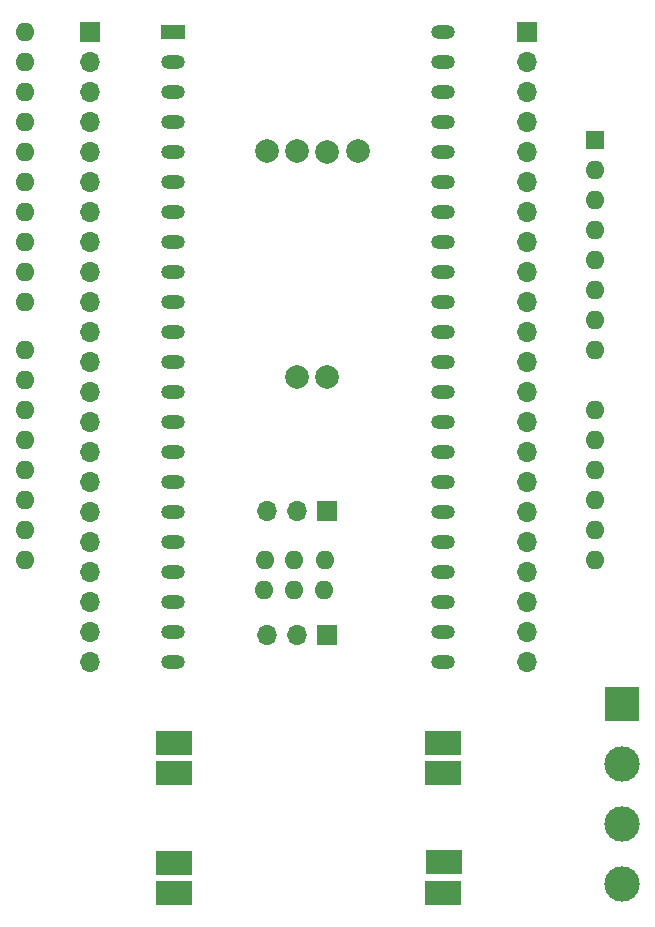
<source format=gbr>
%TF.GenerationSoftware,KiCad,Pcbnew,8.0.1-8.0.1-1~ubuntu22.04.1*%
%TF.CreationDate,2024-04-24T21:29:24+02:00*%
%TF.ProjectId,BmsMonitor,426d734d-6f6e-4697-946f-722e6b696361,rev?*%
%TF.SameCoordinates,Original*%
%TF.FileFunction,Soldermask,Top*%
%TF.FilePolarity,Negative*%
%FSLAX46Y46*%
G04 Gerber Fmt 4.6, Leading zero omitted, Abs format (unit mm)*
G04 Created by KiCad (PCBNEW 8.0.1-8.0.1-1~ubuntu22.04.1) date 2024-04-24 21:29:24*
%MOMM*%
%LPD*%
G01*
G04 APERTURE LIST*
G04 Aperture macros list*
%AMFreePoly0*
4,1,5,1.500000,-1.000000,-1.500000,-1.000000,-1.500000,1.000000,1.500000,1.000000,1.500000,-1.000000,1.500000,-1.000000,$1*%
G04 Aperture macros list end*
%ADD10R,1.700000X1.700000*%
%ADD11O,1.700000X1.700000*%
%ADD12R,3.000000X3.000000*%
%ADD13C,3.000000*%
%ADD14R,2.000000X1.200000*%
%ADD15O,2.000000X1.200000*%
%ADD16C,2.000000*%
%ADD17FreePoly0,180.000000*%
%ADD18R,1.600000X1.600000*%
%ADD19O,1.600000X1.600000*%
G04 APERTURE END LIST*
D10*
%TO.C,J5*%
X167500000Y-50000000D03*
D11*
X167500000Y-52540000D03*
X167500000Y-55080000D03*
X167500000Y-57620000D03*
X167500000Y-60160000D03*
X167500000Y-62700000D03*
X167500000Y-65240000D03*
X167500000Y-67780000D03*
X167500000Y-70320000D03*
X167500000Y-72860000D03*
X167500000Y-75400000D03*
X167500000Y-77940000D03*
X167500000Y-80480000D03*
X167500000Y-83020000D03*
X167500000Y-85560000D03*
X167500000Y-88100000D03*
X167500000Y-90640000D03*
X167500000Y-93180000D03*
X167500000Y-95720000D03*
X167500000Y-98260000D03*
X167500000Y-100800000D03*
X167500000Y-103340000D03*
%TD*%
D12*
%TO.C,J3*%
X175500000Y-106880000D03*
D13*
X175500000Y-111960000D03*
X175500000Y-117040000D03*
X175500000Y-122120000D03*
%TD*%
D14*
%TO.C,U2*%
X137500000Y-49960000D03*
D15*
X137500000Y-52500000D03*
X137500000Y-55040000D03*
X137500000Y-57580000D03*
X137500000Y-60120000D03*
X137500000Y-62660000D03*
X137500000Y-65200000D03*
X137500000Y-67740000D03*
X137500000Y-70280000D03*
X137500000Y-72820000D03*
X137500000Y-75360000D03*
X137500000Y-77900000D03*
X137500000Y-80440000D03*
X137500000Y-82980000D03*
X137500000Y-85520000D03*
X137500000Y-88060000D03*
X137500000Y-90600000D03*
X137500000Y-93140000D03*
X137500000Y-95680000D03*
X137496320Y-98217280D03*
X137496320Y-100757280D03*
X137496320Y-103297280D03*
X160360000Y-103300000D03*
X160360000Y-100760000D03*
X160360000Y-98220000D03*
X160360000Y-95680000D03*
X160360000Y-93140000D03*
X160360000Y-90600000D03*
X160360000Y-88060000D03*
X160360000Y-85520000D03*
X160360000Y-82980000D03*
X160360000Y-80440000D03*
X160360000Y-77900000D03*
X160360000Y-75360000D03*
X160360000Y-72820000D03*
X160360000Y-70280000D03*
X160360000Y-67740000D03*
X160360000Y-65200000D03*
X160360000Y-62660000D03*
X160360000Y-60120000D03*
X160360000Y-57580000D03*
X160360000Y-55040000D03*
X160360000Y-52500000D03*
X160360000Y-49960000D03*
%TD*%
D16*
%TO.C,U3*%
X145485400Y-60023800D03*
X148000000Y-60074600D03*
X150565400Y-60100000D03*
X153156200Y-60074600D03*
X150590800Y-79175400D03*
X148000000Y-79200800D03*
%TD*%
D10*
%TO.C,J4*%
X130500000Y-49960000D03*
D11*
X130500000Y-52500000D03*
X130500000Y-55040000D03*
X130500000Y-57580000D03*
X130500000Y-60120000D03*
X130500000Y-62660000D03*
X130500000Y-65200000D03*
X130500000Y-67740000D03*
X130500000Y-70280000D03*
X130500000Y-72820000D03*
X130500000Y-75360000D03*
X130500000Y-77900000D03*
X130500000Y-80440000D03*
X130500000Y-82980000D03*
X130500000Y-85520000D03*
X130500000Y-88060000D03*
X130500000Y-90600000D03*
X130500000Y-93140000D03*
X130500000Y-95680000D03*
X130500000Y-98220000D03*
X130500000Y-100760000D03*
X130500000Y-103300000D03*
%TD*%
D17*
%TO.C,U1*%
X160404600Y-110124600D03*
X160404600Y-112690000D03*
X160430000Y-120259200D03*
X160404600Y-122850000D03*
X137570000Y-122875400D03*
X137595400Y-120284600D03*
X137570000Y-112715400D03*
X137570000Y-110150000D03*
%TD*%
D18*
%TO.C,U4*%
X173260000Y-59089200D03*
D19*
X173260000Y-61629200D03*
X173260000Y-64169200D03*
X173260000Y-66709200D03*
X173260000Y-69249200D03*
X173260000Y-71789200D03*
X173260000Y-74329200D03*
X173260000Y-76869200D03*
X173260000Y-81949200D03*
X173260000Y-84489200D03*
X173260000Y-87029200D03*
X173260000Y-89569200D03*
X173260000Y-92109200D03*
X173260000Y-94649200D03*
X125000000Y-94700000D03*
X125000000Y-92160000D03*
X125000000Y-89620000D03*
X125000000Y-87080000D03*
X125000000Y-84540000D03*
X125000000Y-82000000D03*
X125000000Y-79460000D03*
X125000000Y-76920000D03*
X125000000Y-72860000D03*
X125000000Y-70320000D03*
X125000000Y-67780000D03*
X125000000Y-65240000D03*
X125000000Y-62700000D03*
X125000000Y-60160000D03*
X125000000Y-57620000D03*
X125000000Y-55080000D03*
X125000000Y-52540000D03*
X125000000Y-50000000D03*
X150349200Y-97214600D03*
X147809200Y-97214600D03*
X145269200Y-97214600D03*
X150374600Y-94700000D03*
X147783800Y-94674600D03*
X145294600Y-94674600D03*
%TD*%
D10*
%TO.C,J2*%
X150580000Y-90500000D03*
D11*
X148040000Y-90500000D03*
X145500000Y-90500000D03*
%TD*%
D10*
%TO.C,J1*%
X150540000Y-101000000D03*
D11*
X148000000Y-101000000D03*
X145460000Y-101000000D03*
%TD*%
M02*

</source>
